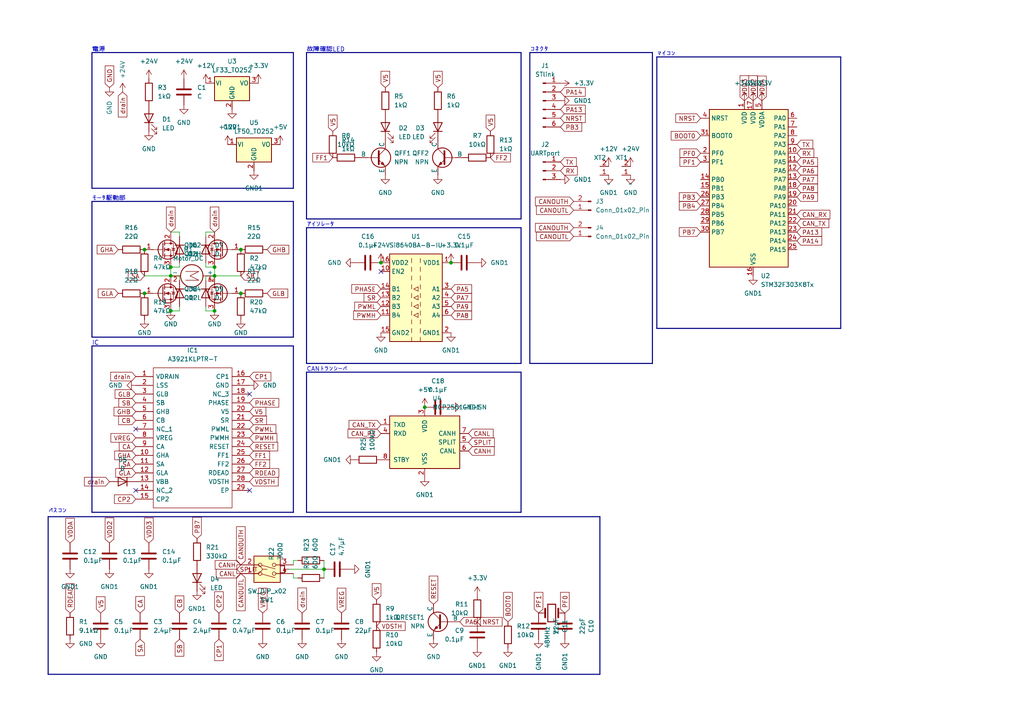
<source format=kicad_sch>
(kicad_sch (version 20230121) (generator eeschema)
  (paper "A4")
  (junction (at 110.49 76.2))
  (junction (at 49.53 80.01))
  (junction (at 62.23 90.17))
  (junction (at 62.23 80.01))
  (junction (at 62.23 77.47))
  (junction (at 69.85 72.39))
  (junction (at 49.53 77.47))
  (junction (at 49.53 90.17))
  (junction (at 69.85 85.09))
  (junction (at 41.91 72.39))
  (junction (at 123.19 118.11))
  (junction (at 41.91 85.09))
  (junction (at 130.81 76.2))
  (junction (at 93.98 165.1))
  (no_connect (at 72.39 142.24))
  (no_connect (at 39.37 142.24))
  (no_connect (at 39.37 124.46))
  (no_connect (at 110.49 78.74))
  (no_connect (at 72.39 114.3))
  (bus (pts (xy 151.13 66.04) (xy 151.13 105.41)))
  (wire (pts (xy 59.69 80.01) (xy 59.69 81.28)))
  (wire (pts (xy 49.53 80.01) (xy 52.07 80.01)))
  (bus (pts (xy 189.23 15.24) (xy 189.23 105.41)))
  (bus (pts (xy 85.09 97.79) (xy 26.67 97.79)))
  (bus (pts (xy 88.9 66.04) (xy 151.13 66.04)))
  (wire (pts (xy 52.07 77.47) (xy 49.53 77.47)))
  (bus (pts (xy 26.67 58.42) (xy 85.09 58.42)))
  (bus (pts (xy 26.67 15.24) (xy 26.67 54.61)))
  (bus (pts (xy 88.9 63.5) (xy 88.9 15.24)))
  (wire (pts (xy 85.09 162.56) (xy 85.09 163.83)))
  (bus (pts (xy 173.99 195.58) (xy 13.97 195.58)))
  (bus (pts (xy 88.9 15.24) (xy 151.13 15.24)))
  (wire (pts (xy 85.09 167.64) (xy 85.09 166.37)))
  (bus (pts (xy 151.13 63.5) (xy 88.9 63.5)))
  (wire (pts (xy 62.23 80.01) (xy 59.69 80.01)))
  (bus (pts (xy 151.13 15.24) (xy 151.13 63.5)))
  (wire (pts (xy 93.98 167.64) (xy 93.98 165.1)))
  (bus (pts (xy 190.5 95.25) (xy 190.5 16.51)))
  (bus (pts (xy 88.9 107.95) (xy 88.9 148.59)))
  (bus (pts (xy 88.9 148.59) (xy 151.13 148.59)))
  (bus (pts (xy 153.67 15.24) (xy 153.67 105.41)))
  (bus (pts (xy 85.09 58.42) (xy 85.09 97.79)))
  (wire (pts (xy 62.23 77.47) (xy 62.23 80.01)))
  (bus (pts (xy 26.67 100.33) (xy 26.67 148.59)))
  (bus (pts (xy 85.09 15.24) (xy 85.09 54.61)))
  (wire (pts (xy 85.09 162.56) (xy 86.36 162.56)))
  (bus (pts (xy 153.67 15.24) (xy 189.23 15.24)))
  (bus (pts (xy 88.9 107.95) (xy 151.13 107.95)))
  (wire (pts (xy 41.91 80.01) (xy 49.53 80.01)))
  (wire (pts (xy 52.07 90.17) (xy 49.53 90.17)))
  (bus (pts (xy 243.84 95.25) (xy 190.5 95.25)))
  (bus (pts (xy 190.5 16.51) (xy 243.84 16.51)))
  (wire (pts (xy 52.07 80.01) (xy 52.07 81.28)))
  (bus (pts (xy 26.67 100.33) (xy 85.09 100.33)))
  (wire (pts (xy 59.69 77.47) (xy 62.23 77.47)))
  (wire (pts (xy 52.07 88.9) (xy 52.07 90.17)))
  (bus (pts (xy 151.13 105.41) (xy 88.9 105.41)))
  (wire (pts (xy 59.69 76.2) (xy 59.69 77.47)))
  (bus (pts (xy 243.84 16.51) (xy 243.84 95.25)))
  (bus (pts (xy 26.67 15.24) (xy 85.09 15.24)))
  (bus (pts (xy 189.23 105.41) (xy 153.67 105.41)))
  (wire (pts (xy 93.98 165.1) (xy 93.98 162.56)))
  (bus (pts (xy 85.09 148.59) (xy 26.67 148.59)))
  (wire (pts (xy 85.09 167.64) (xy 86.36 167.64)))
  (bus (pts (xy 88.9 66.04) (xy 88.9 105.41)))
  (wire (pts (xy 62.23 80.01) (xy 69.85 80.01)))
  (wire (pts (xy 52.07 67.31) (xy 52.07 68.58)))
  (wire (pts (xy 59.69 90.17) (xy 62.23 90.17)))
  (wire (pts (xy 52.07 76.2) (xy 52.07 77.47)))
  (wire (pts (xy 59.69 68.58) (xy 59.69 67.31)))
  (wire (pts (xy 83.82 165.1) (xy 93.98 165.1)))
  (wire (pts (xy 49.53 80.01) (xy 49.53 77.47)))
  (wire (pts (xy 59.69 88.9) (xy 59.69 90.17)))
  (bus (pts (xy 26.67 58.42) (xy 26.67 97.79)))
  (wire (pts (xy 49.53 67.31) (xy 52.07 67.31)))
  (bus (pts (xy 151.13 148.59) (xy 151.13 107.95)))
  (bus (pts (xy 85.09 100.33) (xy 85.09 148.59)))
  (wire (pts (xy 59.69 67.31) (xy 62.23 67.31)))
  (bus (pts (xy 13.97 149.86) (xy 13.97 195.58)))
  (bus (pts (xy 173.99 149.86) (xy 173.99 195.58)))
  (bus (pts (xy 13.97 149.86) (xy 173.99 149.86)))
  (bus (pts (xy 85.09 54.61) (xy 26.67 54.61)))
  (text "マイコン\n" (at 190.5 16.51 0) (effects (font (size 1.27 1.27)) (justify left bottom)))
  (text "コネクタ" (at 153.67 15.24 0) (effects (font (size 1.27 1.27)) (justify left bottom)))
  (text "パスコン\n\n" (at 13.97 151.13 0) (effects (font (size 1.27 1.27)) (justify left bottom)))
  (text "アイソレータ" (at 88.9 66.04 0) (effects (font (size 1.27 1.27)) (justify left bottom)))
  (text "故障確認LED" (at 88.9 15.24 0) (effects (font (size 1.27 1.27)) (justify left bottom)))
  (text "CANトランシーバ\n" (at 88.9 107.95 0) (effects (font (size 1.27 1.27)) (justify left bottom)))
  (text "モータ駆動部" (at 26.67 58.42 0) (effects (font (size 1.27 1.27)) (justify left bottom)))
  (text "IC" (at 26.67 100.33 0) (effects (font (size 1.27 1.27)) (justify left bottom)))
  (text "電源" (at 26.67 15.24 0) (effects (font (size 1.27 1.27)) (justify left bottom)))
  (global_label "V5" (shape input) (at 111.76 25.4 90) (property "Intersheetrefs" "${INTERSHEET_REFS}" (effects hide)))
  (global_label "GHB" (shape input) (at 39.37 119.38 180) (property "Intersheetrefs" "${INTERSHEET_REFS}" (effects hide)))
  (global_label "SR" (shape input) (at 110.49 86.36 180) (property "Intersheetrefs" "${INTERSHEET_REFS}" (effects hide)))
  (global_label "PWMH" (shape input) (at 110.49 91.44 180) (property "Intersheetrefs" "${INTERSHEET_REFS}" (effects hide)))
  (global_label "GHB" (shape input) (at 77.47 72.39 0) (property "Intersheetrefs" "${INTERSHEET_REFS}" (effects hide)))
  (global_label "VDDA" (shape input) (at 20.32 157.48 90) (property "Intersheetrefs" "${INTERSHEET_REFS}" (effects hide)))
  (global_label "VDD2" (shape input) (at 218.44 29.21 90) (property "Intersheetrefs" "${INTERSHEET_REFS}" (effects hide)))
  (global_label "SR" (shape input) (at 72.39 121.92 0) (property "Intersheetrefs" "${INTERSHEET_REFS}" (effects hide)))
  (global_label "PA14" (shape input) (at 231.14 69.85 0) (property "Intersheetrefs" "${INTERSHEET_REFS}" (effects hide)))
  (global_label "CANOUTL" (shape input) (at 166.37 60.96 180) (property "Intersheetrefs" "${INTERSHEET_REFS}" (effects hide)))
  (global_label "PA5" (shape input) (at 130.81 83.82 0) (property "Intersheetrefs" "${INTERSHEET_REFS}" (effects hide)))
  (global_label "GLB" (shape input) (at 77.47 85.09 0) (property "Intersheetrefs" "${INTERSHEET_REFS}" (effects hide)))
  (global_label "PA7" (shape input) (at 130.81 86.36 0) (property "Intersheetrefs" "${INTERSHEET_REFS}" (effects hide)))
  (global_label "drain" (shape input) (at 31.75 139.7 180) (property "Intersheetrefs" "${INTERSHEET_REFS}" (effects hide)))
  (global_label "BOOT0" (shape input) (at 203.2 39.37 180) (property "Intersheetrefs" "${INTERSHEET_REFS}" (effects hide)))
  (global_label "SB" (shape input) (at 52.07 185.42 270) (property "Intersheetrefs" "${INTERSHEET_REFS}" (effects hide)))
  (global_label "PA6" (shape input) (at 231.14 49.53 0) (property "Intersheetrefs" "${INTERSHEET_REFS}" (effects hide)))
  (global_label "PA9" (shape input) (at 231.14 57.15 0) (property "Intersheetrefs" "${INTERSHEET_REFS}" (effects hide)))
  (global_label "V5" (shape input) (at 96.52 38.1 90) (property "Intersheetrefs" "${INTERSHEET_REFS}" (effects hide)))
  (global_label "PA9" (shape input) (at 130.81 88.9 0) (property "Intersheetrefs" "${INTERSHEET_REFS}" (effects hide)))
  (global_label "CB" (shape input) (at 39.37 121.92 180) (property "Intersheetrefs" "${INTERSHEET_REFS}" (effects hide)))
  (global_label "BOOT0" (shape input) (at 147.32 180.34 90) (property "Intersheetrefs" "${INTERSHEET_REFS}" (effects hide)))
  (global_label "PA5" (shape input) (at 231.14 46.99 0) (property "Intersheetrefs" "${INTERSHEET_REFS}" (effects hide)))
  (global_label "CAN_RX" (shape input) (at 231.14 62.23 0) (property "Intersheetrefs" "${INTERSHEET_REFS}" (effects hide)))
  (global_label "VDSTH" (shape input) (at 72.39 139.7 0) (property "Intersheetrefs" "${INTERSHEET_REFS}" (effects hide)))
  (global_label "V5" (shape input) (at 29.21 177.8 90) (property "Intersheetrefs" "${INTERSHEET_REFS}" (effects hide)))
  (global_label "SA" (shape input) (at 41.91 80.01 180) (property "Intersheetrefs" "${INTERSHEET_REFS}" (effects hide)))
  (global_label "CANOUTH" (shape input) (at 69.85 163.83 90) (property "Intersheetrefs" "${INTERSHEET_REFS}" (effects hide)))
  (global_label "CANH" (shape input) (at 135.89 130.81 0) (property "Intersheetrefs" "${INTERSHEET_REFS}" (effects hide)))
  (global_label "VDSTH" (shape input) (at 109.22 181.61 0) (property "Intersheetrefs" "${INTERSHEET_REFS}" (effects hide)))
  (global_label "VDD2" (shape input) (at 31.75 157.48 90) (property "Intersheetrefs" "${INTERSHEET_REFS}" (effects hide)))
  (global_label "CB" (shape input) (at 52.07 177.8 90) (property "Intersheetrefs" "${INTERSHEET_REFS}" (effects hide)))
  (global_label "PB3" (shape input) (at 203.2 57.15 180) (property "Intersheetrefs" "${INTERSHEET_REFS}" (effects hide)))
  (global_label "NRST" (shape input) (at 162.56 34.29 0) (property "Intersheetrefs" "${INTERSHEET_REFS}" (effects hide)))
  (global_label "PHASE" (shape input) (at 72.39 116.84 0) (property "Intersheetrefs" "${INTERSHEET_REFS}" (effects hide)))
  (global_label "TX" (shape input) (at 231.14 41.91 0) (property "Intersheetrefs" "${INTERSHEET_REFS}" (effects hide)))
  (global_label "PHASE" (shape input) (at 110.49 83.82 180) (property "Intersheetrefs" "${INTERSHEET_REFS}" (effects hide)))
  (global_label "PF1" (shape input) (at 203.2 46.99 180) (property "Intersheetrefs" "${INTERSHEET_REFS}" (effects hide)))
  (global_label "CANH" (shape input) (at 69.85 163.83 180) (property "Intersheetrefs" "${INTERSHEET_REFS}" (effects hide)))
  (global_label "VDD3" (shape input) (at 215.9 29.21 90) (property "Intersheetrefs" "${INTERSHEET_REFS}" (effects hide)))
  (global_label "CA" (shape input) (at 39.37 129.54 180) (property "Intersheetrefs" "${INTERSHEET_REFS}" (effects hide)))
  (global_label "FF1" (shape input) (at 96.52 45.72 180) (property "Intersheetrefs" "${INTERSHEET_REFS}" (effects hide)))
  (global_label "PF1" (shape input) (at 156.21 177.8 90) (property "Intersheetrefs" "${INTERSHEET_REFS}" (effects hide)))
  (global_label "PB7" (shape input) (at 203.2 67.31 180) (property "Intersheetrefs" "${INTERSHEET_REFS}" (effects hide)))
  (global_label "SPLIT" (shape input) (at 76.2 165.1 180) (property "Intersheetrefs" "${INTERSHEET_REFS}" (effects hide)))
  (global_label "GLB" (shape input) (at 39.37 114.3 180) (property "Intersheetrefs" "${INTERSHEET_REFS}" (effects hide)))
  (global_label "FF1" (shape input) (at 72.39 132.08 0) (property "Intersheetrefs" "${INTERSHEET_REFS}" (effects hide)))
  (global_label "RESET" (shape input) (at 72.39 129.54 0) (property "Intersheetrefs" "${INTERSHEET_REFS}" (effects hide)))
  (global_label "FF2" (shape input) (at 72.39 134.62 0) (property "Intersheetrefs" "${INTERSHEET_REFS}" (effects hide)))
  (global_label "CANOUTH" (shape input) (at 166.37 58.42 180) (property "Intersheetrefs" "${INTERSHEET_REFS}" (effects hide)))
  (global_label "RX" (shape input) (at 162.56 49.53 0) (property "Intersheetrefs" "${INTERSHEET_REFS}" (effects hide)))
  (global_label "PA14" (shape input) (at 162.56 26.67 0) (property "Intersheetrefs" "${INTERSHEET_REFS}" (effects hide)))
  (global_label "GHA" (shape input) (at 34.29 72.39 180) (property "Intersheetrefs" "${INTERSHEET_REFS}" (effects hide)))
  (global_label "PF0" (shape input) (at 163.83 177.8 90) (property "Intersheetrefs" "${INTERSHEET_REFS}" (effects hide)))
  (global_label "drain" (shape input) (at 49.53 67.31 90) (property "Intersheetrefs" "${INTERSHEET_REFS}" (effects hide)))
  (global_label "FF2" (shape input) (at 142.24 45.72 0) (property "Intersheetrefs" "${INTERSHEET_REFS}" (effects hide)))
  (global_label "CANL" (shape input) (at 69.85 166.37 180) (property "Intersheetrefs" "${INTERSHEET_REFS}" (effects hide)))
  (global_label "SPLIT" (shape input) (at 135.89 128.27 0) (property "Intersheetrefs" "${INTERSHEET_REFS}" (effects hide)))
  (global_label "PA8" (shape input) (at 130.81 91.44 0) (property "Intersheetrefs" "${INTERSHEET_REFS}" (effects hide)))
  (global_label "drain" (shape input) (at 62.23 67.31 90) (property "Intersheetrefs" "${INTERSHEET_REFS}" (effects hide)))
  (global_label "V5" (shape input) (at 109.22 173.99 90) (property "Intersheetrefs" "${INTERSHEET_REFS}" (effects hide)))
  (global_label "SB" (shape input) (at 39.37 116.84 180) (property "Intersheetrefs" "${INTERSHEET_REFS}" (effects hide)))
  (global_label "PB4" (shape input) (at 203.2 59.69 180) (property "Intersheetrefs" "${INTERSHEET_REFS}" (effects hide)))
  (global_label "PA6" (shape input) (at 133.35 180.34 0) (property "Intersheetrefs" "${INTERSHEET_REFS}" (effects hide)))
  (global_label "RX" (shape input) (at 231.14 44.45 0) (property "Intersheetrefs" "${INTERSHEET_REFS}" (effects hide)))
  (global_label "drain" (shape input) (at 87.63 177.8 90) (property "Intersheetrefs" "${INTERSHEET_REFS}" (effects hide)))
  (global_label "CANL" (shape input) (at 135.89 125.73 0) (property "Intersheetrefs" "${INTERSHEET_REFS}" (effects hide)))
  (global_label "CP1" (shape input) (at 72.39 109.22 0) (property "Intersheetrefs" "${INTERSHEET_REFS}" (effects hide)))
  (global_label "V5" (shape input) (at 72.39 119.38 0) (property "Intersheetrefs" "${INTERSHEET_REFS}" (effects hide)))
  (global_label "PA13" (shape input) (at 162.56 31.75 0) (property "Intersheetrefs" "${INTERSHEET_REFS}" (effects hide)))
  (global_label "GLA" (shape input) (at 39.37 137.16 180) (property "Intersheetrefs" "${INTERSHEET_REFS}" (effects hide)))
  (global_label "PB7" (shape input) (at 57.15 156.21 90) (property "Intersheetrefs" "${INTERSHEET_REFS}" (effects hide)))
  (global_label "V5" (shape input) (at 127 25.4 90) (property "Intersheetrefs" "${INTERSHEET_REFS}" (effects hide)))
  (global_label "PA13" (shape input) (at 231.14 67.31 0) (property "Intersheetrefs" "${INTERSHEET_REFS}" (effects hide)))
  (global_label "VREG" (shape input) (at 99.06 177.8 90) (property "Intersheetrefs" "${INTERSHEET_REFS}" (effects hide)))
  (global_label "GLA" (shape input) (at 34.29 85.09 180) (property "Intersheetrefs" "${INTERSHEET_REFS}" (effects hide)))
  (global_label "PF0" (shape input) (at 203.2 44.45 180) (property "Intersheetrefs" "${INTERSHEET_REFS}" (effects hide)))
  (global_label "VREG" (shape input) (at 39.37 127 180) (property "Intersheetrefs" "${INTERSHEET_REFS}" (effects hide)))
  (global_label "VREG" (shape input) (at 76.2 177.8 90) (property "Intersheetrefs" "${INTERSHEET_REFS}" (effects hide)))
  (global_label "CA" (shape input) (at 40.64 177.8 90) (property "Intersheetrefs" "${INTERSHEET_REFS}" (effects hide)))
  (global_label "CP2" (shape input) (at 63.5 177.8 90) (property "Intersheetrefs" "${INTERSHEET_REFS}" (effects hide)))
  (global_label "PWML" (shape input) (at 110.49 88.9 180) (property "Intersheetrefs" "${INTERSHEET_REFS}" (effects hide)))
  (global_label "TX" (shape input) (at 162.56 46.99 0) (property "Intersheetrefs" "${INTERSHEET_REFS}" (effects hide)))
  (global_label "drain" (shape input) (at 39.37 109.22 180) (property "Intersheetrefs" "${INTERSHEET_REFS}" (effects hide)))
  (global_label "PWMH" (shape input) (at 72.39 127 0) (property "Intersheetrefs" "${INTERSHEET_REFS}" (effects hide)))
  (global_label "drain" (shape input) (at 35.56 26.67 270) (property "Intersheetrefs" "${INTERSHEET_REFS}" (effects hide)))
  (global_label "SA" (shape input) (at 39.37 134.62 180) (property "Intersheetrefs" "${INTERSHEET_REFS}" (effects hide)))
  (global_label "CAN_TX" (shape input) (at 110.49 123.19 180) (property "Intersheetrefs" "${INTERSHEET_REFS}" (effects hide)))
  (global_label "NRST" (shape input) (at 203.2 34.29 180) (property "Intersheetrefs" "${INTERSHEET_REFS}" (effects hide)))
  (global_label "PWML" (shape input) (at 72.39 124.46 0) (property "Intersheetrefs" "${INTERSHEET_REFS}" (effects hide)))
  (global_label "GND" (shape input) (at 31.75 25.4 90) (property "Intersheetrefs" "${INTERSHEET_REFS}" (effects hide)))
  (global_label "PA8" (shape input) (at 231.14 54.61 0) (property "Intersheetrefs" "${INTERSHEET_REFS}" (effects hide)))
  (global_label "GHA" (shape input) (at 39.37 132.08 180) (property "Intersheetrefs" "${INTERSHEET_REFS}" (effects hide)))
  (global_label "SA" (shape input) (at 40.64 185.42 270) (property "Intersheetrefs" "${INTERSHEET_REFS}" (effects hide)))
  (global_label "PB3" (shape input) (at 162.56 36.83 0) (property "Intersheetrefs" "${INTERSHEET_REFS}" (effects hide)))
  (global_label "CP1" (shape input) (at 63.5 185.42 270) (property "Intersheetrefs" "${INTERSHEET_REFS}" (effects hide)))
  (global_label "CAN_TX" (shape input) (at 231.14 64.77 0) (property "Intersheetrefs" "${INTERSHEET_REFS}" (effects hide)))
  (global_label "RDEAD" (shape input) (at 72.39 137.16 0) (property "Intersheetrefs" "${INTERSHEET_REFS}" (effects hide)))
  (global_label "CANOUTL" (shape input) (at 166.37 68.58 180) (property "Intersheetrefs" "${INTERSHEET_REFS}" (effects hide)))
  (global_label "VDDA" (shape input) (at 220.98 29.21 90) (property "Intersheetrefs" "${INTERSHEET_REFS}" (effects hide)))
  (global_label "RDEAD" (shape input) (at 20.32 177.8 90) (property "Intersheetrefs" "${INTERSHEET_REFS}" (effects hide)))
  (global_label "PA7" (shape input) (at 231.14 52.07 0) (property "Intersheetrefs" "${INTERSHEET_REFS}" (effects hide)))
  (global_label "SB" (shape input) (at 69.85 80.01 0) (property "Intersheetrefs" "${INTERSHEET_REFS}" (effects hide)))
  (global_label "NRST" (shape input) (at 138.43 180.34 0) (property "Intersheetrefs" "${INTERSHEET_REFS}" (effects hide)))
  (global_label "V5" (shape input) (at 142.24 38.1 90) (property "Intersheetrefs" "${INTERSHEET_REFS}" (effects hide)))
  (global_label "CAN_RX" (shape input) (at 110.49 125.73 180) (property "Intersheetrefs" "${INTERSHEET_REFS}" (effects hide)))
  (global_label "RESET" (shape input) (at 125.73 175.26 90) (property "Intersheetrefs" "${INTERSHEET_REFS}" (effects hide)))
  (global_label "VDD3" (shape input) (at 43.18 157.48 90) (property "Intersheetrefs" "${INTERSHEET_REFS}" (effects hide)))
  (global_label "CANOUTH" (shape input) (at 166.37 66.04 180) (property "Intersheetrefs" "${INTERSHEET_REFS}" (effects hide)))
  (global_label "CANOUTL" (shape input) (at 69.85 166.37 270) (property "Intersheetrefs" "${INTERSHEET_REFS}" (effects hide)))
  (global_label "CP2" (shape input) (at 39.37 144.78 180) (property "Intersheetrefs" "${INTERSHEET_REFS}" (effects hide)))
  (symbol (lib_id "Connector:Conn_01x02_Pin") (at 171.45 60.96 180) (unit 1)
    (property "Reference" "J3" (at 172.72 58.42 0) (effects (justify right)))
    (property "Value" "Conn_01x02_Pin" (at 172.72 60.96 0) (effects (justify right)))
    (property "Footprint" "Connector_PinHeader_2.54mm:PinHeader_1x02_P2.54mm_Horizontal" (effects hide))
  )
  (symbol (lib_id "power:GND") (at 127 50.8 0) (unit 1)
    (property "Reference" "#PWR022" (effects hide))
    (property "Value" "GND" (at 127 55.88 0))
  )
  (symbol (lib_id "Device:D") (at 52.07 85.09 270) (unit 1)
    (property "Reference" "D8" (at 54.61 83.82 90) (effects (justify left)))
    (property "Value" "D" (at 54.61 86.36 90) (effects (justify left)))
    (property "Footprint" "Diode_SMD:D_1206_3216Metric" (effects hide))
    (property "Sim.Device" "D" (effects hide))
    (property "Sim.Pins" "1=K 2=A" (effects hide))
  )
  (symbol (lib_id "Transistor_FET:QM6006D") (at 64.77 85.09 0) (mirror y) (unit 1)
    (property "Reference" "Q4" (at 58.42 83.82 0) (effects (justify left)))
    (property "Value" "Q2L" (at 58.42 86.36 0) (effects (justify left)))
    (property "Footprint" "Package_TO_SOT_SMD:TO-252-2" (effects hide))
    (property "Datasheet" "http://www.jaolen.com/images/pdf/QM6006D.pdf" (effects hide))
  )
  (symbol (lib_id "Device:D") (at 59.69 72.39 270) (unit 1)
    (property "Reference" "D7" (at 62.23 71.12 90) (effects (justify left)))
    (property "Value" "D" (at 62.23 73.66 90) (effects (justify left)))
    (property "Footprint" "Diode_SMD:D_1206_3216Metric" (effects hide))
    (property "Sim.Device" "D" (effects hide))
    (property "Sim.Pins" "1=K 2=A" (effects hide))
  )
  (symbol (lib_id "power:GND1") (at 31.75 165.1 0) (unit 1)
    (property "Reference" "#PWR046" (effects hide))
    (property "Value" "GND1" (at 31.75 170.18 0))
  )
  (symbol (lib_id "Device:Crystal") (at 160.02 177.8 180) (unit 1)
    (property "Reference" "Y1" (at 161.29 181.61 90) (effects (justify left)))
    (property "Value" "48MHz" (at 158.75 181.61 90) (effects (justify left)))
    (property "Footprint" "Crystal:Crystal_HC49-U_Vertical" (effects hide))
  )
  (symbol (lib_id "power:+24V") (at 43.18 22.86 0) (unit 1)
    (property "Reference" "#PWR07" (effects hide))
    (property "Value" "+24V" (at 43.18 17.78 0))
  )
  (symbol (lib_id "Device:D") (at 35.56 139.7 0) (mirror y) (unit 1)
    (property "Reference" "D5" (at 35.56 133.35 0))
    (property "Value" "D" (at 35.56 135.89 0))
    (property "Footprint" "Diode_SMD:D_1206_3216Metric" (effects hide))
    (property "Sim.Device" "D" (effects hide))
    (property "Sim.Pins" "1=K 2=A" (effects hide))
  )
  (symbol (lib_id "power:+3.3V") (at 130.81 76.2 0) (unit 1)
    (property "Reference" "#PWR017" (effects hide))
    (property "Value" "+3.3V" (at 130.81 71.12 0))
  )
  (symbol (lib_id "power:+24V") (at 110.49 76.2 0) (unit 1)
    (property "Reference" "#PWR015" (effects hide))
    (property "Value" "+24V" (at 110.49 71.12 0))
  )
  (symbol (lib_id "power:GND1") (at 176.53 50.8 0) (unit 1)
    (property "Reference" "#PWR019" (effects hide))
    (property "Value" "GND1" (at 176.53 55.88 0))
  )
  (symbol (lib_id "Device:R") (at 90.17 162.56 90) (unit 1)
    (property "Reference" "R23" (at 88.9 160.02 0) (effects (justify left)))
    (property "Value" "60Ω" (at 91.44 160.02 0) (effects (justify left)))
    (property "Footprint" "Resistor_SMD:R_1206_3216Metric" (effects hide))
  )
  (symbol (lib_id "power:GND") (at 69.85 92.71 0) (unit 1)
    (property "Reference" "#PWR040" (effects hide))
    (property "Value" "GND" (at 69.85 96.52 0))
  )
  (symbol (lib_id "power:GND1") (at 20.32 165.1 0) (unit 1)
    (property "Reference" "#PWR045" (effects hide))
    (property "Value" "GND1" (at 20.32 170.18 0))
  )
  (symbol (lib_id "Device:C") (at 127 118.11 90) (unit 1)
    (property "Reference" "C18" (at 127 110.49 90))
    (property "Value" "0.1μF" (at 127 113.03 90))
    (property "Footprint" "Capacitor_SMD:C_0603_1608Metric" (effects hide))
  )
  (symbol (lib_id "Device:R") (at 41.91 88.9 0) (unit 1)
    (property "Reference" "R19" (at 44.45 87.63 0) (effects (justify left)))
    (property "Value" "47kΩ" (at 44.45 90.17 0) (effects (justify left)))
    (property "Footprint" "Resistor_SMD:R_1206_3216Metric" (effects hide))
  )
  (symbol (lib_id "power:GND") (at 29.21 185.42 0) (unit 1)
    (property "Reference" "#PWR02" (effects hide))
    (property "Value" "GND" (at 29.21 190.5 0))
  )
  (symbol (lib_id "Connector:Conn_01x06_Pin") (at 157.48 29.21 0) (unit 1)
    (property "Reference" "J1" (at 158.115 19.05 0))
    (property "Value" "STlink" (at 158.115 21.59 0))
    (property "Footprint" "Connector_PinHeader_2.54mm:PinHeader_1x06_P2.54mm_Vertical" (effects hide))
  )
  (symbol (lib_id "power:+12V") (at 66.04 41.91 0) (unit 1)
    (property "Reference" "#PWR052" (effects hide))
    (property "Value" "+12V" (at 66.04 36.83 0))
  )
  (symbol (lib_id "power:+3.3V") (at 218.44 29.21 0) (unit 1)
    (property "Reference" "#PWR029" (effects hide))
    (property "Value" "+3.3V" (at 218.44 24.13 0))
  )
  (symbol (lib_id "power:+3.3V") (at 220.98 29.21 0) (unit 1)
    (property "Reference" "#PWR030" (effects hide))
    (property "Value" "+3.3V" (at 220.98 24.13 0))
  )
  (symbol (lib_id "power:GND1") (at 57.15 171.45 0) (unit 1)
    (property "Reference" "#PWR048" (effects hide))
    (property "Value" "GND1" (at 57.15 176.53 0))
  )
  (symbol (lib_id "power:GND") (at 31.75 25.4 0) (unit 1)
    (property "Reference" "#PWR014" (effects hide))
    (property "Value" "GND" (at 31.75 29.21 90) (effects (justify right)))
  )
  (symbol (lib_id "Switch:SW_DIP_x02") (at 77.47 163.83 0) (mirror x) (unit 1)
    (property "Reference" "SW1" (at 77.47 173.99 0))
    (property "Value" "SW_DIP_x02" (at 77.47 171.45 0))
    (property "Footprint" "Button_Switch_THT:SW_DIP_SPSTx02_Slide_9.78x7.26mm_W7.62mm_P2.54mm" (effects hide))
  )
  (symbol (lib_id "power:GND1") (at 130.81 118.11 90) (unit 1)
    (property "Reference" "#PWR057" (effects hide))
    (property "Value" "GND1" (at 134.0558 118.11 90) (effects (justify right)))
  )
  (symbol (lib_id "Motor:Motor_DC") (at 57.15 80.01 270) (unit 1)
    (property "Reference" "M1" (at 54.61 72.39 90))
    (property "Value" "Motor_DC" (at 54.61 74.93 90))
    (property "Footprint" "Library:Amass_XT60PW-M" (effects hide))
  )
  (symbol (lib_id "Device:R") (at 73.66 85.09 90) (unit 1)
    (property "Reference" "R17" (at 73.66 78.74 90))
    (property "Value" "22Ω" (at 73.66 81.28 90))
    (property "Footprint" "Resistor_SMD:R_1206_3216Metric" (effects hide))
  )
  (symbol (lib_id "Device:R") (at 69.85 88.9 0) (unit 1)
    (property "Reference" "R20" (at 72.39 87.63 0) (effects (justify left)))
    (property "Value" "47kΩ" (at 72.39 90.17 0) (effects (justify left)))
    (property "Footprint" "Resistor_SMD:R_1206_3216Metric" (effects hide))
  )
  (symbol (lib_id "Device:D") (at 52.07 72.39 270) (unit 1)
    (property "Reference" "D6" (at 54.61 71.12 90) (effects (justify left)))
    (property "Value" "D" (at 54.61 73.66 90) (effects (justify left)))
    (property "Footprint" "Diode_SMD:D_1206_3216Metric" (effects hide))
    (property "Sim.Device" "D" (effects hide))
    (property "Sim.Pins" "1=K 2=A" (effects hide))
  )
  (symbol (lib_id "power:GND") (at 20.32 185.42 0) (unit 1)
    (property "Reference" "#PWR03" (effects hide))
    (property "Value" "GND" (at 22.86 186.69 0) (effects (justify left)))
  )
  (symbol (lib_id "Device:C") (at 29.21 181.61 0) (unit 1)
    (property "Reference" "C5" (at 33.02 180.34 0) (effects (justify left)))
    (property "Value" "0.1μF" (at 33.02 182.88 0) (effects (justify left)))
    (property "Footprint" "Capacitor_SMD:C_0603_1608Metric" (effects hide))
  )
  (symbol (lib_id "Device:R") (at 109.22 185.42 0) (unit 1)
    (property "Reference" "R10" (at 111.76 184.15 0) (effects (justify left)))
    (property "Value" "10kΩ" (at 111.76 186.69 0) (effects (justify left)))
    (property "Footprint" "Resistor_SMD:R_1206_3216Metric" (effects hide))
  )
  (symbol (lib_id "power:GND") (at 49.53 90.17 0) (unit 1)
    (property "Reference" "#PWR013" (effects hide))
    (property "Value" "GND" (at 49.53 93.98 0))
  )
  (symbol (lib_id "power:GND1") (at 162.56 52.07 90) (unit 1)
    (property "Reference" "#PWR037" (effects hide))
    (property "Value" "GND1" (at 166.37 52.07 90) (effects (justify right)))
  )
  (symbol (lib_id "power:GND") (at 111.76 50.8 0) (unit 1)
    (property "Reference" "#PWR021" (effects hide))
    (property "Value" "GND" (at 111.76 55.88 0))
  )
  (symbol (lib_id "Device:C") (at 31.75 161.29 0) (unit 1)
    (property "Reference" "C13" (at 35.56 160.02 0) (effects (justify left)))
    (property "Value" "0.1μF" (at 35.56 162.56 0) (effects (justify left)))
    (property "Footprint" "Capacitor_SMD:C_0603_1608Metric" (effects hide))
  )
  (symbol (lib_id "power:GND") (at 99.06 185.42 0) (unit 1)
    (property "Reference" "#PWR025" (effects hide))
    (property "Value" "GND" (at 99.06 190.5 0))
  )
  (symbol (lib_id "power:GND1") (at 101.6 165.1 90) (unit 1)
    (property "Reference" "#PWR056" (effects hide))
    (property "Value" "GND1" (at 106.68 165.1 0))
  )
  (symbol (lib_id "Device:C") (at 53.34 26.67 0) (unit 1)
    (property "Reference" "C1" (at 57.15 25.4 0) (effects (justify left)))
    (property "Value" "C" (at 57.15 27.94 0) (effects (justify left)))
    (property "Footprint" "Capacitor_THT:C_Disc_D9.0mm_W5.0mm_P7.50mm" (effects hide))
  )
  (symbol (lib_id "Device:C") (at 20.32 161.29 0) (unit 1)
    (property "Reference" "C12" (at 24.13 160.02 0) (effects (justify left)))
    (property "Value" "0.1μF" (at 24.13 162.56 0) (effects (justify left)))
    (property "Footprint" "Capacitor_SMD:C_0603_1608Metric" (effects hide))
  )
  (symbol (lib_id "Device:R") (at 41.91 76.2 0) (unit 1)
    (property "Reference" "R4" (at 44.45 74.93 0) (effects (justify left)))
    (property "Value" "47kΩ" (at 44.45 77.47 0) (effects (justify left)))
    (property "Footprint" "Resistor_SMD:R_1206_3216Metric" (effects hide))
  )
  (symbol (lib_id "Device:C") (at 40.64 181.61 0) (unit 1)
    (property "Reference" "C3" (at 44.45 180.34 0) (effects (justify left)))
    (property "Value" "2.4μF" (at 44.45 182.88 0) (effects (justify left)))
    (property "Footprint" "Capacitor_SMD:C_0603_1608Metric" (effects hide))
  )
  (symbol (lib_id "Device:LED") (at 43.18 34.29 90) (unit 1)
    (property "Reference" "D1" (at 46.99 34.6075 90) (effects (justify right)))
    (property "Value" "LED" (at 46.99 37.1475 90) (effects (justify right)))
    (property "Footprint" "LED_THT:LED_D3.0mm" (effects hide))
  )
  (symbol (lib_id "Device:LED") (at 127 36.83 270) (mirror x) (unit 1)
    (property "Reference" "D3" (at 123.19 37.1475 90) (effects (justify right)))
    (property "Value" "LED" (at 123.19 39.6875 90) (effects (justify right)))
    (property "Footprint" "LED_THT:LED_D3.0mm" (effects hide))
  )
  (symbol (lib_id "power:GND1") (at 138.43 187.96 0) (mirror y) (unit 1)
    (property "Reference" "#PWR031" (effects hide))
    (property "Value" "GND1" (at 138.43 193.04 0))
  )
  (symbol (lib_id "power:GND1") (at 123.19 138.43 0) (unit 1)
    (property "Reference" "#PWR055" (effects hide))
    (property "Value" "GND1" (at 123.19 143.51 0))
  )
  (symbol (lib_id "Device:R") (at 90.17 167.64 90) (unit 1)
    (property "Reference" "R24" (at 88.9 165.1 0) (effects (justify left)))
    (property "Value" "60Ω" (at 91.44 165.1 0) (effects (justify left)))
    (property "Footprint" "Resistor_SMD:R_1206_3216Metric" (effects hide))
  )
  (symbol (lib_id "Device:R") (at 109.22 177.8 0) (unit 1)
    (property "Reference" "R9" (at 111.76 176.53 0) (effects (justify left)))
    (property "Value" "1kΩ" (at 111.76 179.07 0) (effects (justify left)))
    (property "Footprint" "Resistor_SMD:R_1206_3216Metric" (effects hide))
  )
  (symbol (lib_id "Device:R") (at 138.43 45.72 90) (unit 1)
    (property "Reference" "R7" (at 138.43 39.37 90))
    (property "Value" "10kΩ" (at 138.43 41.91 90))
    (property "Footprint" "Resistor_SMD:R_1206_3216Metric" (effects hide))
  )
  (symbol (lib_id "Device:C") (at 134.62 76.2 90) (unit 1)
    (property "Reference" "C15" (at 134.62 68.58 90))
    (property "Value" "0.1μF" (at 134.62 71.12 90))
    (property "Footprint" "Capacitor_SMD:C_0603_1608Metric" (effects hide))
  )
  (symbol (lib_id "Device:C") (at 97.79 165.1 90) (unit 1)
    (property "Reference" "C17" (at 96.52 161.29 0) (effects (justify left)))
    (property "Value" "4.7μF" (at 99.06 161.29 0) (effects (justify left)))
    (property "Footprint" "Capacitor_SMD:C_0603_1608Metric" (effects hide))
  )
  (symbol (lib_id "power:GND") (at 76.2 185.42 0) (unit 1)
    (property "Reference" "#PWR023" (effects hide))
    (property "Value" "GND" (at 76.2 190.5 0))
  )
  (symbol (lib_id "Device:R") (at 96.52 41.91 0) (unit 1)
    (property "Reference" "R14" (at 99.06 40.64 0) (effects (justify left)))
    (property "Value" "1kΩ" (at 99.06 43.18 0) (effects (justify left)))
    (property "Footprint" "Resistor_SMD:R_1206_3216Metric" (effects hide))
  )
  (symbol (lib_id "Device:C") (at 163.83 181.61 0) (unit 1)
    (property "Reference" "C10" (at 171.45 181.61 90))
    (property "Value" "22pF" (at 168.91 181.61 90))
    (property "Footprint" "Capacitor_SMD:C_0603_1608Metric" (effects hide))
  )
  (symbol (lib_id "power:+3.3V") (at 162.56 24.13 270) (unit 1)
    (property "Reference" "#PWR032" (effects hide))
    (property "Value" "+3.3V" (at 166.37 24.13 90) (effects (justify left)))
  )
  (symbol (lib_id "Regulator_Linear:LF50_TO252") (at 73.66 41.91 0) (unit 1)
    (property "Reference" "U5" (at 73.66 35.56 0))
    (property "Value" "LF50_TO252" (at 73.66 38.1 0))
    (property "Footprint" "Package_TO_SOT_SMD:TO-252-2" (effects hide))
    (property "Datasheet" "http://www.st.com/content/ccc/resource/technical/document/datasheet/c4/0e/7e/2a/be/bc/4c/bd/CD00000546.pdf/files/CD00000546.pdf/jcr:content/translations/en.CD00000546.pdf" (effects hide))
  )
  (symbol (lib_id "Transistor_FET:QM6006D") (at 46.99 85.09 0) (unit 1)
    (property "Reference" "Q3" (at 53.34 83.82 0) (effects (justify left)))
    (property "Value" "Q1L" (at 53.34 86.36 0) (effects (justify left)))
    (property "Footprint" "Package_TO_SOT_SMD:TO-252-2" (effects hide))
    (property "Datasheet" "http://www.jaolen.com/images/pdf/QM6006D.pdf" (effects hide))
  )
  (symbol (lib_id "power:GND1") (at 156.21 185.42 0) (unit 1)
    (property "Reference" "#PWR039" (effects hide))
    (property "Value" "GND1" (at 156.21 189.23 90) (effects (justify right)))
  )
  (symbol (lib_id "power:+12V") (at 59.69 24.13 0) (unit 1)
    (property "Reference" "#PWR042" (effects hide))
    (property "Value" "+12V" (at 59.69 19.05 0))
  )
  (symbol (lib_id "Simulation_SPICE:NPN") (at 129.54 45.72 0) (mirror y) (unit 1)
    (property "Reference" "QFF2" (at 124.46 44.45 0) (effects (justify left)))
    (property "Value" "NPN" (at 124.46 46.99 0) (effects (justify left)))
    (property "Footprint" "Package_TO_SOT_SMD:SOT-23" (effects hide))
    (property "Sim.Device" "NPN" (effects hide))
    (property "Sim.Type" "GUMMELPOON" (effects hide))
    (property "Sim.Pins" "1=C 2=B 3=E" (effects hide))
  )
  (symbol (lib_id "Simulation_SPICE:NPN") (at 128.27 180.34 0) (mirror y) (unit 1)
    (property "Reference" "QRESET1" (at 123.19 179.07 0) (effects (justify left)))
    (property "Value" "NPN" (at 123.19 181.61 0) (effects (justify left)))
    (property "Footprint" "Package_TO_SOT_SMD:SOT-23" (effects hide))
    (property "Sim.Device" "NPN" (effects hide))
    (property "Sim.Type" "GUMMELPOON" (effects hide))
    (property "Sim.Pins" "1=C 2=B 3=E" (effects hide))
  )
  (symbol (lib_id "Device:LED") (at 111.76 36.83 90) (unit 1)
    (property "Reference" "D2" (at 115.57 37.1475 90) (effects (justify right)))
    (property "Value" "LED" (at 115.57 39.6875 90) (effects (justify right)))
    (property "Footprint" "LED_THT:LED_D3.0mm" (effects hide))
  )
  (symbol (lib_id "power:GND1") (at 162.56 29.21 90) (unit 1)
    (property "Reference" "#PWR033" (effects hide))
    (property "Value" "GND1" (at 166.37 29.21 90) (effects (justify right)))
  )
  (symbol (lib_id "power:GND1") (at 73.66 49.53 0) (unit 1)
    (property "Reference" "#PWR053" (effects hide))
    (property "Value" "GND1" (at 73.66 54.61 0))
  )
  (symbol (lib_id "power:+24V") (at 35.56 26.67 0) (unit 1)
    (property "Reference" "#PWR01" (effects hide))
    (property "Value" "+24V" (at 35.56 22.86 90) (effects (justify left)))
  )
  (symbol (lib_id "Device:R") (at 100.33 45.72 90) (unit 1)
    (property "Reference" "R8" (at 100.33 39.37 90))
    (property "Value" "10kΩ" (at 100.33 41.91 90))
    (property "Footprint" "Resistor_SMD:R_1206_3216Metric" (effects hide))
  )
  (symbol (lib_id "Device:D") (at 59.69 85.09 270) (unit 1)
    (property "Reference" "D9" (at 62.23 83.82 90) (effects (justify left)))
    (property "Value" "D" (at 62.23 86.36 90) (effects (justify left)))
    (property "Footprint" "Diode_SMD:D_1206_3216Metric" (effects hide))
    (property "Sim.Device" "D" (effects hide))
    (property "Sim.Pins" "1=K 2=A" (effects hide))
  )
  (symbol (lib_id "power:GND") (at 125.73 185.42 0) (unit 1)
    (property "Reference" "#PWR027" (effects hide))
    (property "Value" "GND" (at 125.73 190.5 0))
  )
  (symbol (lib_id "Simulation_SPICE:NPN") (at 109.22 45.72 0) (unit 1)
    (property "Reference" "QFF1" (at 114.3 44.45 0) (effects (justify left)))
    (property "Value" "NPN" (at 114.3 46.99 0) (effects (justify left)))
    (property "Footprint" "Package_TO_SOT_SMD:SOT-23" (effects hide))
    (property "Sim.Device" "NPN" (effects hide))
    (property "Sim.Type" "GUMMELPOON" (effects hide))
    (property "Sim.Pins" "1=C 2=B 3=E" (effects hide))
  )
  (symbol (lib_id "power:GND") (at 53.34 30.48 0) (unit 1)
    (property "Reference" "#PWR06" (effects hide))
    (property "Value" "GND" (at 53.34 35.56 0))
  )
  (symbol (lib_id "Interface_CAN_LIN:MCP2561-E-SN") (at 123.19 128.27 0) (unit 1)
    (property "Reference" "U4" (at 125.3841 115.57 0) (effects (justify left)))
    (property "Value" "MCP2561-E-SN" (at 125.3841 118.11 0) (effects (justify left)))
    (property "Footprint" "Package_DIP:DIP-8_W7.62mm" (effects hide))
    (property "Datasheet" "http://ww1.microchip.com/downloads/en/DeviceDoc/25167A.pdf" (effects hide))
  )
  (symbol (lib_id "Device:C") (at 99.06 181.61 0) (unit 1)
    (property "Reference" "C8" (at 102.87 180.34 0) (effects (justify left)))
    (property "Value" "22μF" (at 102.87 182.88 0) (effects (justify left)))
    (property "Footprint" "Capacitor_SMD:C_0603_1608Metric" (effects hide))
  )
  (symbol (lib_id "power:+3.3V") (at 74.93 24.13 0) (unit 1)
    (property "Reference" "#PWR043" (effects hide))
    (property "Value" "+3.3V" (at 74.93 19.05 0))
  )
  (symbol (lib_id "power:GND") (at 43.18 38.1 0) (unit 1)
    (property "Reference" "#PWR08" (effects hide))
    (property "Value" "GND" (at 43.18 43.18 0))
  )
  (symbol (lib_id "XT60:XT60") (at 176.53 53.34 180) (unit 1)
    (property "Reference" "XT2" (at 173.99 45.72 0))
    (property "Value" "~" (at 176.53 53.34 0))
    (property "Footprint" "Library:Amass_XT60PW-M" (effects hide))
  )
  (symbol (lib_id "power:GND1") (at 43.18 165.1 0) (unit 1)
    (property "Reference" "#PWR047" (effects hide))
    (property "Value" "GND1" (at 43.18 170.18 0))
  )
  (symbol (lib_id "power:GND1") (at 102.87 133.35 270) (unit 1)
    (property "Reference" "#PWR058" (effects hide))
    (property "Value" "GND1" (at 99.06 133.35 90) (effects (justify right)))
  )
  (symbol (lib_id "power:GND") (at 110.49 96.52 0) (unit 1)
    (property "Reference" "#PWR016" (effects hide))
    (property "Value" "GND" (at 110.49 101.6 0))
  )
  (symbol (lib_id "Device:R") (at 43.18 26.67 0) (unit 1)
    (property "Reference" "R3" (at 45.72 25.4 0) (effects (justify left)))
    (property "Value" "1kΩ" (at 45.72 27.94 0) (effects (justify left)))
    (property "Footprint" "Resistor_SMD:R_1206_3216Metric" (effects hide))
  )
  (symbol (lib_id "Device:R") (at 38.1 85.09 90) (unit 1)
    (property "Reference" "R18" (at 38.1 78.74 90))
    (property "Value" "22Ω" (at 38.1 81.28 90))
    (property "Footprint" "Resistor_SMD:R_1206_3216Metric" (effects hide))
  )
  (symbol (lib_id "power:+5V") (at 81.28 41.91 0) (unit 1)
    (property "Reference" "#PWR051" (effects hide))
    (property "Value" "+5V" (at 81.28 36.83 0))
  )
  (symbol (lib_id "Device:C") (at 138.43 184.15 0) (mirror y) (unit 1)
    (property "Reference" "C9" (at 134.62 182.88 0) (effects (justify left)))
    (property "Value" "0.1μF" (at 134.62 185.42 0) (effects (justify left)))
    (property "Footprint" "Capacitor_SMD:C_0603_1608Metric" (effects hide))
  )
  (symbol (lib_id "power:+24V") (at 182.88 48.26 0) (unit 1)
    (property "Reference" "#PWR010" (effects hide))
    (property "Value" "+24V" (at 182.88 43.18 0))
  )
  (symbol (lib_id "Device:R") (at 111.76 29.21 0) (unit 1)
    (property "Reference" "R5" (at 114.3 27.94 0) (effects (justify left)))
    (property "Value" "1kΩ" (at 114.3 30.48 0) (effects (justify left)))
    (property "Footprint" "Resistor_SMD:R_1206_3216Metric" (effects hide))
  )
  (symbol (lib_id "power:+5V") (at 123.19 118.11 0) (unit 1)
    (property "Reference" "#PWR054" (effects hide))
    (property "Value" "+5V" (at 123.19 113.03 0))
  )
  (symbol (lib_id "Device:C") (at 87.63 181.61 0) (unit 1)
    (property "Reference" "C7" (at 91.44 180.34 0) (effects (justify left)))
    (property "Value" "0.1μF" (at 91.44 182.88 0) (effects (justify left)))
    (property "Footprint" "Capacitor_SMD:C_0603_1608Metric" (effects hide))
  )
  (symbol (lib_id "power:GND1") (at 67.31 31.75 0) (unit 1)
    (property "Reference" "#PWR044" (effects hide))
    (property "Value" "GND1" (at 67.31 36.83 0))
  )
  (symbol (lib_id "Device:R") (at 57.15 160.02 180) (unit 1)
    (property "Reference" "R21" (at 59.69 158.75 0) (effects (justify right)))
    (property "Value" "330kΩ" (at 59.69 161.29 0) (effects (justify right)))
    (property "Footprint" "Resistor_SMD:R_1206_3216Metric" (effects hide))
  )
  (symbol (lib_id "power:GND1") (at 218.44 80.01 0) (unit 1)
    (property "Reference" "#PWR036" (effects hide))
    (property "Value" "GND1" (at 218.44 85.09 0))
  )
  (symbol (lib_id "Connector:Conn_01x02_Pin") (at 171.45 68.58 180) (unit 1)
    (property "Reference" "J4" (at 172.72 66.04 0) (effects (justify right)))
    (property "Value" "Conn_01x02_Pin" (at 172.72 68.58 0) (effects (justify right)))
    (property "Footprint" "Connector_PinHeader_2.54mm:PinHeader_1x02_P2.54mm_Horizontal" (effects hide))
  )
  (symbol (lib_id "power:GND") (at 41.91 92.71 0) (unit 1)
    (property "Reference" "#PWR041" (effects hide))
    (property "Value" "GND" (at 41.91 96.52 0))
  )
  (symbol (lib_id "power:+24V") (at 53.34 22.86 0) (unit 1)
    (property "Reference" "#PWR05" (effects hide))
    (property "Value" "+24V" (at 53.34 17.78 0))
  )
  (symbol (lib_id "Device:R") (at 38.1 72.39 90) (unit 1)
    (property "Reference" "R16" (at 38.1 66.04 90))
    (property "Value" "22Ω" (at 38.1 68.58 90))
    (property "Footprint" "Resistor_SMD:R_1206_3216Metric" (effects hide))
  )
  (symbol (lib_id "power:GND1") (at 163.83 185.42 0) (unit 1)
    (property "Reference" "#PWR038" (effects hide))
    (property "Value" "GND1" (at 163.83 189.23 90) (effects (justify right)))
  )
  (symbol (lib_id "Device:C") (at 52.07 181.61 0) (unit 1)
    (property "Reference" "C4" (at 55.88 180.34 0) (effects (justify left)))
    (property "Value" "2.4μF" (at 55.88 182.88 0) (effects (justify left)))
    (property "Footprint" "Capacitor_SMD:C_0603_1608Metric" (effects hide))
  )
  (symbol (lib_id "Device:R") (at 80.01 165.1 90) (unit 1)
    (property "Reference" "R22" (at 78.74 162.56 0) (effects (justify left)))
    (property "Value" "300Ω" (at 81.28 162.56 0) (effects (justify left)))
    (property "Footprint" "Resistor_SMD:R_1206_3216Metric" (effects hide))
  )
  (symbol (lib_id "Device:R") (at 138.43 176.53 0) (mirror y) (unit 1)
    (property "Reference" "R11" (at 135.89 175.26 0) (effects (justify left)))
    (property "Value" "10kΩ" (at 135.89 177.8 0) (effects (justify left)))
    (property "Footprint" "Resistor_SMD:R_1206_3216Metric" (effects hide))
  )
  (symbol (lib_id "power:GND") (at 109.22 189.23 0) (unit 1)
    (property "Reference" "#PWR026" (effects hide))
    (property "Value" "GND" (at 109.22 194.31 0))
  )
  (symbol (lib_id "Device:R") (at 20.32 181.61 180) (unit 1)
    (property "Reference" "R1" (at 22.86 180.34 0) (effects (justify right)))
    (property "Value" "9.1kΩ" (at 22.86 182.88 0) (effects (justify right)))
    (property "Footprint" "Resistor_SMD:R_1206_3216Metric" (effects hide))
  )
  (symbol (lib_id "Device:C") (at 63.5 181.61 0) (unit 1)
    (property "Reference" "C2" (at 67.31 180.34 0) (effects (justify left)))
    (property "Value" "0.47μF" (at 67.31 182.88 0) (effects (justify left)))
    (property "Footprint" "Capacitor_SMD:C_0603_1608Metric" (effects hide))
  )
  (symbol (lib_id "power:GND") (at 39.37 111.76 270) (unit 1)
    (property "Reference" "#PWR04" (effects hide))
    (property "Value" "GND" (at 35.56 111.76 90) (effects (justify right)))
  )
  (symbol (lib_id "power:GND") (at 182.88 50.8 0) (unit 1)
    (property "Reference" "#PWR011" (effects hide))
    (property "Value" "GND" (at 182.88 55.88 0))
  )
  (symbol (lib_id "Device:R") (at 106.68 133.35 90) (unit 1)
    (property "Reference" "R25" (at 105.41 130.81 0) (effects (justify left)))
    (property "Value" "100kΩ" (at 107.95 130.81 0) (effects (justify left)))
    (property "Footprint" "Resistor_SMD:R_1206_3216Metric" (effects hide))
  )
  (symbol (lib_id "MCU_ST_STM32F3:STM32F303K8Tx") (at 215.9 54.61 0) (unit 1)
    (property "Reference" "U2" (at 220.6341 80.01 0) (effects (justify left)))
    (property "Value" "STM32F303K8Tx" (at 220.6341 82.55 0) (effects (justify left)))
    (property "Footprint" "Package_QFP:LQFP-32_7x7mm_P0.8mm" (effects hide))
    (property "Datasheet" "https://www.st.com/resource/en/datasheet/stm32f303k8.pdf" (effects hide))
  )
  (symbol (lib_id "Device:R") (at 69.85 76.2 0) (unit 1)
    (property "Reference" "R2" (at 72.39 74.93 0) (effects (justify left)))
    (property "Value" "47kΩ" (at 72.39 77.47 0) (effects (justify left)))
    (property "Footprint" "Resistor_SMD:R_1206_3216Metric" (effects hide))
  )
  (symbol (lib_id "power:GND") (at 62.23 90.17 0) (unit 1)
    (property "Reference" "#PWR012" (effects hide))
    (property "Value" "GND" (at 62.23 93.98 0))
  )
  (symbol (lib_id "power:GND1") (at 138.43 76.2 90) (unit 1)
    (property "Reference" "#PWR050" (effects hide))
    (property "Value" "GND1" (at 142.24 76.2 90) (effects (justify right)))
  )
  (symbol (lib_id "Transistor_FET:QM6006D") (at 46.99 72.39 0) (unit 1)
    (property "Reference" "Q1" (at 53.34 71.12 0) (effects (justify left)))
    (property "Value" "Q1H" (at 53.34 73.66 0) (effects (justify left)))
    (property "Footprint" "Package_TO_SOT_SMD:TO-252-2" (effects hide))
    (property "Datasheet" "http://www.jaolen.com/images/pdf/QM6006D.pdf" (effects hide))
  )
  (symbol (lib_id "Device:C") (at 76.2 181.61 0) (unit 1)
    (property "Reference" "C6" (at 80.01 180.34 0) (effects (justify left)))
    (property "Value" "0.1μF" (at 80.01 182.88 0) (effects (justify left)))
    (property "Footprint" "Capacitor_SMD:C_0603_1608Metric" (effects hide))
  )
  (symbol (lib_id "Isolator:Si8640BA-B-IU") (at 120.65 86.36 0) (mirror y) (unit 1)
    (property "Reference" "U1" (at 120.65 68.58 0))
    (property "Value" "Si8640BA-B-IU" (at 120.65 71.12 0))
    (property "Footprint" "Package_SO:QSOP-16_3.9x4.9mm_P0.635mm" (effects hide))
    (property "Datasheet" "https://www.silabs.com/documents/public/data-sheets/si864x-datasheet.pdf" (effects hide))
  )
  (symbol (lib_id "XT60:XT60") (at 182.88 53.34 180) (unit 1)
    (property "Reference" "XT1" (at 180.34 45.72 0))
    (property "Value" "~" (at 182.88 53.34 0))
    (property "Footprint" "Library:Amass_XT60PW-M" (effects hide))
  )
  (symbol (lib_id "power:GND1") (at 147.32 187.96 0) (unit 1)
    (property "Reference" "#PWR035" (effects hide))
    (property "Value" "GND1" (at 147.32 193.04 0))
  )
  (symbol (lib_id "Device:R") (at 142.24 41.91 0) (unit 1)
    (property "Reference" "R13" (at 144.78 40.64 0) (effects (justify left)))
    (property "Value" "1kΩ" (at 144.78 43.18 0) (effects (justify left)))
    (property "Footprint" "Resistor_SMD:R_1206_3216Metric" (effects hide))
  )
  (symbol (lib_id "power:GND1") (at 130.81 96.52 0) (unit 1)
    (property "Reference" "#PWR018" (effects hide))
    (property "Value" "GND1" (at 130.81 101.6 0))
  )
  (symbol (lib_id "Transistor_FET:QM6006D") (at 64.77 72.39 0) (mirror y) (unit 1)
    (property "Reference" "Q2" (at 58.42 71.12 0) (effects (justify left)))
    (property "Value" "Q2H" (at 58.42 73.66 0) (effects (justify left)))
    (property "Footprint" "Package_TO_SOT_SMD:TO-252-2" (effects hide))
    (property "Datasheet" "http://www.jaolen.com/images/pdf/QM6006D.pdf" (effects hide))
  )
  (symbol (lib_id "Connector:Conn_01x03_Pin") (at 157.48 49.53 0) (unit 1)
    (property "Reference" "J2" (at 158.115 41.91 0))
    (property "Value" "UARTport" (at 158.115 44.45 0))
    (property "Footprint" "Connector_PinHeader_2.54mm:PinHeader_1x03_P2.54mm_Vertical" (effects hide))
  )
  (symbol (lib_id "power:+12V") (at 176.53 48.26 0) (unit 1)
    (property "Reference" "#PWR020" (effects hide))
    (property "Value" "+12V" (at 176.53 43.18 0))
  )
  (symbol (lib_id "power:GND") (at 87.63 185.42 0) (unit 1)
    (property "Reference" "#PWR024" (effects hide))
    (property "Value" "GND" (at 87.63 190.5 0))
  )
  (symbol (lib_id "A3921:A3921KLPTR-T") (at 39.37 109.22 0) (unit 1)
    (property "Reference" "IC1" (at 55.88 101.6 0))
    (property "Value" "A3921KLPTR-T" (at 55.88 104.14 0))
    (property "Footprint" "A3944KLPTRT" (effects hide))
    (property "Datasheet" "http://www.allegromicro.com/~/media/files/datasheets/a3921-datasheet.pdf" (effects hide))
    (property "Description" "Automotive Full Bridge MOSFET Driver" (effects hide))
    (property "Height" "1.2" (effects hide))
    (property "Manufacturer_Name" "Allegro Microsystems" (effects hide))
    (property "Manufacturer_Part_Number" "A3921KLPTR-T" (effects hide))
    (property "Mouser Part Number" "250-A3921KLPTR-T" (effects hide))
    (property "Mouser Price/Stock" "https://www.mouser.co.uk/ProductDetail/Allegro-MicroSystems/A3921KLPTR-T?qs=pUKx8fyJudB0kHLM8sWE6w%3D%3D" (effects hide))
    (property "Arrow Part Number" "A3921KLPTR-T" (effects hide))
    (property "Arrow Price/Stock" "https://www.arrow.com/en/products/a3921klptr-t/allegro-microsystems?region=nac" (effects hide))
  )
  (symbol (lib_id "Regulator_Linear:LF33_TO252") (at 67.31 24.13 0) (unit 1)
    (property "Reference" "U3" (at 67.31 17.78 0))
    (property "Value" "LF33_TO252" (at 67.31 20.32 0))
    (property "Footprint" "Package_TO_SOT_SMD:TO-252-2" (effects hide))
    (property "Datasheet" "http://www.st.com/content/ccc/resource/technical/document/datasheet/c4/0e/7e/2a/be/bc/4c/bd/CD00000546.pdf/files/CD00000546.pdf/jcr:content/translations/en.CD00000546.pdf" (effects hide))
  )
  (symbol (lib_id "power:+3.3V") (at 215.9 29.21 0) (unit 1)
    (property "Reference" "#PWR028" (effects hide))
    (property "Value" "+3.3V" (at 215.9 24.13 0))
  )
  (symbol (lib_id "Device:C") (at 43.18 161.29 0) (unit 1)
    (property "Reference" "C14" (at 46.99 160.02 0) (effects (justify left)))
    (property "Value" "0.1μF" (at 46.99 162.56 0) (effects (justify left)))
    (property "Footprint" "Capacitor_SMD:C_0603_1608Metric" (effects hide))
  )
  (symbol (lib_id "Device:C") (at 156.21 181.61 0) (unit 1)
    (property "Reference" "C11" (at 163.83 181.61 90))
    (property "Value" "22pF" (at 161.29 181.61 90))
    (property "Footprint" "Capacitor_SMD:C_0603_1608Metric" (effects hide))
  )
  (symbol (lib_id "Device:R") (at 127 29.21 0) (unit 1)
    (property "Reference" "R6" (at 129.54 27.94 0) (effects (justify left)))
    (property "Value" "1kΩ" (at 129.54 30.48 0) (effects (justify left)))
    (property "Footprint" "Resistor_SMD:R_1206_3216Metric" (effects hide))
  )
  (symbol (lib_id "power:+3.3V") (at 138.43 172.72 0) (mirror y) (unit 1)
    (property "Reference" "#PWR034" (effects hide))
    (property "Value" "+3.3V" (at 138.43 167.64 0))
  )
  (symbol (lib_id "Device:C") (at 106.68 76.2 90) (unit 1)
    (property "Reference" "C16" (at 106.68 68.58 90))
    (property "Value" "0.1μF" (at 106.68 71.12 90))
    (property "Footprint" "Capacitor_SMD:C_0603_1608Metric" (effects hide))
  )
  (symbol (lib_id "Device:LED") (at 57.15 167.64 90) (unit 1)
    (property "Reference" "D4" (at 60.96 167.9575 90) (effects (justify right)))
    (property "Value" "LED" (at 60.96 170.4975 90) (effects (justify right)))
    (property "Footprint" "LED_THT:LED_D3.0mm" (effects hide))
  )
  (symbol (lib_id "power:GND") (at 72.39 111.76 90) (unit 1)
    (property "Reference" "#PWR09" (effects hide))
    (property "Value" "GND" (at 76.2 111.76 90) (effects (justify right)))
  )
  (symbol (lib_id "Device:R") (at 73.66 72.39 90) (unit 1)
    (property "Reference" "R15" (at 73.66 66.04 90))
    (property "Value" "22Ω" (at 73.66 68.58 90))
    (property "Footprint" "Resistor_SMD:R_1206_3216Metric" (effects hide))
  )
  (symbol (lib_id "power:GND") (at 102.87 76.2 270) (unit 1)
    (property "Reference" "#PWR049" (effects hide))
    (property "Value" "GND" (at 99.06 76.2 90) (effects (justify right)))
  )
  (symbol (lib_id "Device:R") (at 147.32 184.15 0) (unit 1)
    (property "Reference" "R12" (at 149.86 181.61 0) (effects (justify left)))
    (property "Value" "10kΩ" (at 149.86 184.15 0) (effects (justify left)))
    (property "Footprint" "Resistor_SMD:R_1206_3216Metric" (effects hide))
  )
)
</source>
